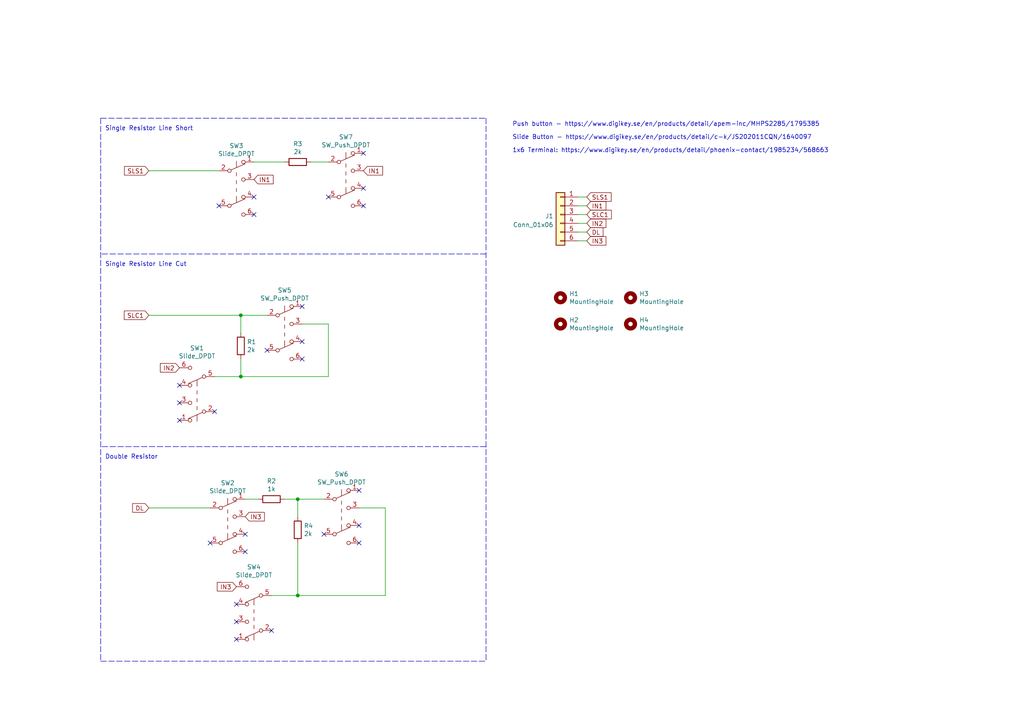
<source format=kicad_sch>
(kicad_sch (version 20211123) (generator eeschema)
  (paper "A4")
  (lib_symbols
    (symbol "Connector_Generic:Conn_01x06" (pin_names (offset 1.016) hide)
      (property "Reference" "J" (at 0 7.62 0))
      (property "Value" "Conn_01x06" (at 0 -10.16 0))
      (symbol "Conn_01x06_1_1"
        (rectangle (start -1.27 -7.493) (end 0 -7.747) (stroke (width 0.1524)))
        (rectangle (start -1.27 -4.953) (end 0 -5.207) (stroke (width 0.1524)))
        (rectangle (start -1.27 -2.413) (end 0 -2.667) (stroke (width 0.1524)))
        (rectangle (start -1.27 0.127) (end 0 -0.127) (stroke (width 0.1524)))
        (rectangle (start -1.27 2.667) (end 0 2.413) (stroke (width 0.1524)))
        (rectangle (start -1.27 5.207) (end 0 4.953) (stroke (width 0.1524)))
        (rectangle (start -1.27 6.35) (end 1.27 -8.89) (stroke (width 0.254)) (fill (type background)))
        (pin passive line (at -5.08 5.08 0) (length 3.81) (name "Pin_1") (number "1"))
        (pin passive line (at -5.08 2.54 0) (length 3.81) (name "Pin_2") (number "2"))
        (pin passive line (at -5.08 0 0) (length 3.81) (name "Pin_3") (number "3"))
        (pin passive line (at -5.08 -2.54 0) (length 3.81) (name "Pin_4") (number "4"))
        (pin passive line (at -5.08 -5.08 0) (length 3.81) (name "Pin_5") (number "5"))
        (pin passive line (at -5.08 -7.62 0) (length 3.81) (name "Pin_6") (number "6"))
      )
    )
    (symbol "Device:R" (pin_numbers hide) (pin_names (offset 0))
      (property "Reference" "R" (at 2.032 0 90))
      (property "Value" "R" (at 0 0 90))
      (symbol "R_0_1"
        (rectangle (start -1.016 -2.54) (end 1.016 2.54) (stroke (width 0.254)))
      )
      (symbol "R_1_1"
        (pin passive line (at 0 3.81 270) (length 1.27) (name "~") (number "1"))
        (pin passive line (at 0 -3.81 90) (length 1.27) (name "~") (number "2"))
      )
    )
    (symbol "Mechanical:MountingHole" (pin_names (offset 1.016))
      (property "Reference" "H" (at 0 5.08 0))
      (property "Value" "MountingHole" (at 0 3.175 0))
      (symbol "MountingHole_0_1"
        (circle (center 0 0) (radius 1.27) (stroke (width 1.27)))
      )
    )
    (symbol "Switch:SW_Push_DPDT" (pin_names (offset 0) hide)
      (property "Reference" "SW" (at 0 8.89 0))
      (property "Value" "SW_Push_DPDT" (at 0 -10.16 0))
      (symbol "SW_Push_DPDT_0_0"
        (circle (center -2.032 -5.08) (radius 0.508))
        (circle (center -2.032 5.08) (radius 0.508))
        (circle (center 2.032 -7.62) (radius 0.508))
        (circle (center 2.032 2.54) (radius 0.508))
      )
      (symbol "SW_Push_DPDT_0_1"
        (polyline (pts (xy -1.524 -4.826) (xy 2.54 -3.048)))
        (polyline (pts (xy -1.524 5.334) (xy 2.54 7.112)))
        (polyline (pts (xy 0 -2.286) (xy 0 -4.064)))
        (polyline (pts (xy 0 -1.016) (xy 0 0)))
        (polyline (pts (xy 0 1.27) (xy 0 2.286)))
        (polyline (pts (xy 0 3.556) (xy 0 4.572)))
        (polyline (pts (xy 0 7.874) (xy 0 6.096)))
        (circle (center 2.032 -2.54) (radius 0.508))
        (circle (center 2.032 7.62) (radius 0.508))
      )
      (symbol "SW_Push_DPDT_1_1"
        (pin passive line (at 5.08 7.62 180) (length 2.54) (name "A") (number "1"))
        (pin passive line (at -5.08 5.08 0) (length 2.54) (name "B") (number "2"))
        (pin passive line (at 5.08 2.54 180) (length 2.54) (name "C") (number "3"))
        (pin passive line (at 5.08 -2.54 180) (length 2.54) (name "A") (number "4"))
        (pin passive line (at -5.08 -5.08 0) (length 2.54) (name "B") (number "5"))
        (pin passive line (at 5.08 -7.62 180) (length 2.54) (name "C") (number "6"))
      )
    )
  )
  (junction (at 69.85 91.44))
  (junction (at 69.85 109.22))
  (junction (at 86.36 144.78))
  (junction (at 86.36 172.72))
  (no_connect (at 104.14 142.24))
  (no_connect (at 105.41 59.69))
  (no_connect (at 71.12 154.94))
  (no_connect (at 78.74 182.88))
  (no_connect (at 68.58 180.34))
  (no_connect (at 93.98 154.94))
  (no_connect (at 52.07 121.92))
  (no_connect (at 63.5 59.69))
  (no_connect (at 77.47 101.6))
  (no_connect (at 95.25 57.15))
  (no_connect (at 104.14 152.4))
  (no_connect (at 105.41 54.61))
  (no_connect (at 104.14 157.48))
  (no_connect (at 87.63 99.06))
  (no_connect (at 68.58 185.42))
  (no_connect (at 105.41 44.45))
  (no_connect (at 73.66 62.23))
  (no_connect (at 68.58 175.26))
  (no_connect (at 60.96 157.48))
  (no_connect (at 52.07 111.76))
  (no_connect (at 71.12 160.02))
  (no_connect (at 87.63 104.14))
  (no_connect (at 62.23 119.38))
  (no_connect (at 52.07 116.84))
  (no_connect (at 73.66 57.15))
  (no_connect (at 87.63 88.9))
  (wire (pts (xy 43.18 91.44) (xy 69.85 91.44)))
  (wire (pts (xy 95.25 93.98) (xy 87.63 93.98)))
  (polyline (pts (xy 140.97 129.54) (xy 29.21 129.54)))
  (wire (pts (xy 95.25 109.22) (xy 95.25 93.98)))
  (wire (pts (xy 86.36 149.86) (xy 86.36 144.78)))
  (wire (pts (xy 69.85 91.44) (xy 77.47 91.44)))
  (wire (pts (xy 73.66 46.99) (xy 82.55 46.99)))
  (wire (pts (xy 170.18 62.23) (xy 167.64 62.23)))
  (wire (pts (xy 104.14 147.32) (xy 111.76 147.32)))
  (wire (pts (xy 90.17 46.99) (xy 95.25 46.99)))
  (polyline (pts (xy 29.21 34.29) (xy 140.97 34.29)))
  (wire (pts (xy 95.25 109.22) (xy 69.85 109.22)))
  (wire (pts (xy 43.18 147.32) (xy 60.96 147.32)))
  (wire (pts (xy 43.18 49.53) (xy 63.5 49.53)))
  (wire (pts (xy 71.12 144.78) (xy 74.93 144.78)))
  (polyline (pts (xy 29.21 191.77) (xy 140.97 191.77)))
  (wire (pts (xy 170.18 59.69) (xy 167.64 59.69)))
  (wire (pts (xy 111.76 172.72) (xy 86.36 172.72)))
  (wire (pts (xy 170.18 67.31) (xy 167.64 67.31)))
  (wire (pts (xy 86.36 157.48) (xy 86.36 172.72)))
  (polyline (pts (xy 140.97 73.66) (xy 29.21 73.66)))
  (wire (pts (xy 69.85 109.22) (xy 62.23 109.22)))
  (wire (pts (xy 170.18 64.77) (xy 167.64 64.77)))
  (wire (pts (xy 111.76 147.32) (xy 111.76 172.72)))
  (wire (pts (xy 82.55 144.78) (xy 86.36 144.78)))
  (wire (pts (xy 69.85 96.52) (xy 69.85 91.44)))
  (polyline (pts (xy 140.97 34.29) (xy 140.97 191.77)))
  (polyline (pts (xy 29.21 34.29) (xy 29.21 191.77)))
  (wire (pts (xy 86.36 172.72) (xy 78.74 172.72)))
  (wire (pts (xy 86.36 144.78) (xy 93.98 144.78)))
  (wire (pts (xy 170.18 69.85) (xy 167.64 69.85)))
  (wire (pts (xy 170.18 57.15) (xy 167.64 57.15)))
  (wire (pts (xy 69.85 109.22) (xy 69.85 104.14)))
  (text "1x6 Terminal: https://www.digikey.se/en/products/detail/phoenix-contact/1985234/568663" (at 148.59 44.45 0) (effects (font (size 1.27 1.27)) (justify left bottom)))
  (text "Push button - https://www.digikey.se/en/products/detail/apem-inc/MHPS2285/1795385" (at 148.59 36.83 0) (effects (font (size 1.27 1.27)) (justify left bottom)))
  (text "Single Resistor Line Cut\n" (at 30.48 77.47 0) (effects (font (size 1.27 1.27)) (justify left bottom)))
  (text "Slide Button - https://www.digikey.se/en/products/detail/c-k/JS202011CQN/1640097\n" (at 148.59 40.64 0) (effects (font (size 1.27 1.27)) (justify left bottom)))
  (text "Single Resistor Line Short" (at 30.48 38.1 0) (effects (font (size 1.27 1.27)) (justify left bottom)))
  (text "Double Resistor \n" (at 30.48 133.35 0) (effects (font (size 1.27 1.27)) (justify left bottom)))
  (global_label "IN1" (shape input) (at 73.66 52.07 0) (property "Intersheet References" "${INTERSHEET_REFS}" (effects hide)))
  (global_label "DL" (shape input) (at 43.18 147.32 180) (property "Intersheet References" "${INTERSHEET_REFS}" (effects hide)))
  (global_label "IN2" (shape input) (at 170.18 64.77 0) (property "Intersheet References" "${INTERSHEET_REFS}" (effects hide)))
  (global_label "IN1" (shape input) (at 170.18 59.69 0) (property "Intersheet References" "${INTERSHEET_REFS}" (effects hide)))
  (global_label "DL" (shape input) (at 170.18 67.31 0) (property "Intersheet References" "${INTERSHEET_REFS}" (effects hide)))
  (global_label "IN2" (shape input) (at 52.07 106.68 180) (property "Intersheet References" "${INTERSHEET_REFS}" (effects hide)))
  (global_label "IN3" (shape input) (at 68.58 170.18 180) (property "Intersheet References" "${INTERSHEET_REFS}" (effects hide)))
  (global_label "IN3" (shape input) (at 71.12 149.86 0) (property "Intersheet References" "${INTERSHEET_REFS}" (effects hide)))
  (global_label "IN1" (shape input) (at 105.41 49.53 0) (property "Intersheet References" "${INTERSHEET_REFS}" (effects hide)))
  (global_label "SLC1" (shape input) (at 170.18 62.23 0) (property "Intersheet References" "${INTERSHEET_REFS}" (effects hide)))
  (global_label "SLS1" (shape input) (at 170.18 57.15 0) (property "Intersheet References" "${INTERSHEET_REFS}" (effects hide)))
  (global_label "SLS1" (shape input) (at 43.18 49.53 180) (property "Intersheet References" "${INTERSHEET_REFS}" (effects hide)))
  (global_label "IN3" (shape input) (at 170.18 69.85 0) (property "Intersheet References" "${INTERSHEET_REFS}" (effects hide)))
  (global_label "SLC1" (shape input) (at 43.18 91.44 180) (property "Intersheet References" "${INTERSHEET_REFS}" (effects hide)))
  (symbol (lib_id "Device:R") (at 86.36 46.99 270) (unit 1)
    (property "Reference" "R3" (at 86.36 41.7322 90))
    (property "Value" "2k" (at 86.36 44.0436 90))
    (property "Footprint" "Resistor_SMD:R_0603_1608Metric_Pad1.05x0.95mm_HandSolder" (effects hide))
  )
  (symbol (lib_id "Device:R") (at 69.85 100.33 180) (unit 1)
    (property "Reference" "R1" (at 71.628 99.1616 0) (effects (justify right)))
    (property "Value" "2k" (at 71.628 101.473 0) (effects (justify right)))
    (property "Footprint" "Resistor_SMD:R_0603_1608Metric_Pad1.05x0.95mm_HandSolder" (effects hide))
  )
  (symbol (lib_id "Switch:SW_Push_DPDT") (at 100.33 52.07 0) (unit 1)
    (property "Reference" "SW7" (at 100.33 39.751 0))
    (property "Value" "SW_Push_DPDT" (at 100.33 42.0624 0))
    (property "Footprint" "External:MHPS2285" (effects hide))
  )
  (symbol (lib_id "Switch:SW_Push_DPDT") (at 68.58 54.61 0) (unit 1)
    (property "Reference" "SW3" (at 68.58 42.291 0))
    (property "Value" "Slide_DPDT" (at 68.58 44.6024 0))
    (property "Footprint" "Button_Switch_THT:SW_E-Switch_EG1271_DPDT" (effects hide))
  )
  (symbol (lib_id "Mechanical:MountingHole") (at 162.56 86.36 0) (unit 1)
    (property "Reference" "H1" (at 165.1 85.1916 0) (effects (justify left)))
    (property "Value" "MountingHole" (at 165.1 87.503 0) (effects (justify left)))
    (property "Footprint" "MountingHole:MountingHole_3.2mm_M3_Pad_Via" (effects hide))
  )
  (symbol (lib_id "Mechanical:MountingHole") (at 182.88 86.36 0) (unit 1)
    (property "Reference" "H3" (at 185.42 85.1916 0) (effects (justify left)))
    (property "Value" "MountingHole" (at 185.42 87.503 0) (effects (justify left)))
    (property "Footprint" "MountingHole:MountingHole_3.2mm_M3_Pad_Via" (effects hide))
  )
  (symbol (lib_id "Mechanical:MountingHole") (at 162.56 93.98 0) (unit 1)
    (property "Reference" "H2" (at 165.1 92.8116 0) (effects (justify left)))
    (property "Value" "MountingHole" (at 165.1 95.123 0) (effects (justify left)))
    (property "Footprint" "MountingHole:MountingHole_3.2mm_M3_Pad_Via" (effects hide))
  )
  (symbol (lib_id "Mechanical:MountingHole") (at 182.88 93.98 0) (unit 1)
    (property "Reference" "H4" (at 185.42 92.8116 0) (effects (justify left)))
    (property "Value" "MountingHole" (at 185.42 95.123 0) (effects (justify left)))
    (property "Footprint" "MountingHole:MountingHole_3.2mm_M3_Pad_Via" (effects hide))
  )
  (symbol (lib_id "Switch:SW_Push_DPDT") (at 57.15 114.3 180) (unit 1)
    (property "Reference" "SW1" (at 57.15 100.965 0))
    (property "Value" "Slide_DPDT" (at 57.15 103.2764 0))
    (property "Footprint" "Button_Switch_THT:SW_E-Switch_EG1271_DPDT" (effects hide))
  )
  (symbol (lib_id "Switch:SW_Push_DPDT") (at 82.55 96.52 0) (unit 1)
    (property "Reference" "SW5" (at 82.55 84.201 0))
    (property "Value" "SW_Push_DPDT" (at 82.55 86.5124 0))
    (property "Footprint" "External:MHPS2285" (effects hide))
  )
  (symbol (lib_id "Device:R") (at 86.36 153.67 180) (unit 1)
    (property "Reference" "R4" (at 88.138 152.5016 0) (effects (justify right)))
    (property "Value" "2k" (at 88.138 154.813 0) (effects (justify right)))
    (property "Footprint" "Resistor_SMD:R_0603_1608Metric_Pad1.05x0.95mm_HandSolder" (effects hide))
  )
  (symbol (lib_id "Switch:SW_Push_DPDT") (at 73.66 177.8 180) (unit 1)
    (property "Reference" "SW4" (at 73.66 164.465 0))
    (property "Value" "Slide_DPDT" (at 73.66 166.7764 0))
    (property "Footprint" "Button_Switch_THT:SW_E-Switch_EG1271_DPDT" (effects hide))
  )
  (symbol (lib_id "Switch:SW_Push_DPDT") (at 99.06 149.86 0) (unit 1)
    (property "Reference" "SW6" (at 99.06 137.541 0))
    (property "Value" "SW_Push_DPDT" (at 99.06 139.8524 0))
    (property "Footprint" "External:MHPS2285" (effects hide))
  )
  (symbol (lib_id "Device:R") (at 78.74 144.78 270) (unit 1)
    (property "Reference" "R2" (at 78.74 139.5222 90))
    (property "Value" "1k" (at 78.74 141.8336 90))
    (property "Footprint" "Resistor_SMD:R_0603_1608Metric_Pad1.05x0.95mm_HandSolder" (effects hide))
  )
  (symbol (lib_id "Switch:SW_Push_DPDT") (at 66.04 152.4 0) (unit 1)
    (property "Reference" "SW2" (at 66.04 140.081 0))
    (property "Value" "Slide_DPDT" (at 66.04 142.3924 0))
    (property "Footprint" "Button_Switch_THT:SW_E-Switch_EG1271_DPDT" (effects hide))
  )
  (symbol (lib_id "Connector_Generic:Conn_01x06") (at 162.56 62.23 0) (mirror y) (unit 1)
    (property "Reference" "J1" (at 160.528 62.6653 0) (effects (justify left)))
    (property "Value" "Conn_01x06" (at 160.528 65.2022 0) (effects (justify left)))
    (property "Footprint" "External:PHOENIX_1985234" (effects hide))
  )
)
</source>
